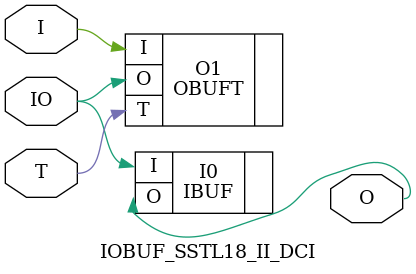
<source format=v>


`timescale  1 ps / 1 ps


module IOBUF_SSTL18_II_DCI (O, IO, I, T);

    output O;

    inout  IO;

    input  I, T;

        OBUFT #(.IOSTANDARD("SSTL18_II_DCI") ) O1 (.O(IO), .I(I), .T(T)); 
	IBUF #(.IOSTANDARD("SSTL18_II_DCI"))  I0 (.O(O), .I(IO));
        

endmodule



</source>
